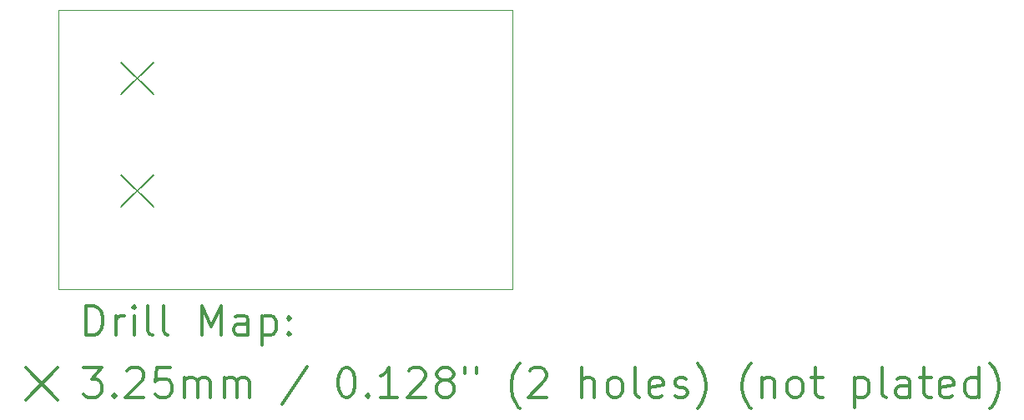
<source format=gbr>
%FSLAX45Y45*%
G04 Gerber Fmt 4.5, Leading zero omitted, Abs format (unit mm)*
G04 Created by KiCad (PCBNEW (5.1.5)-3) date 2020-07-18 04:54:52*
%MOMM*%
%LPD*%
G04 APERTURE LIST*
%TA.AperFunction,Profile*%
%ADD10C,0.100000*%
%TD*%
%ADD11C,0.200000*%
%ADD12C,0.300000*%
G04 APERTURE END LIST*
D10*
X17964150Y-8159750D02*
X15773400Y-8159750D01*
X17964150Y-10991850D02*
X17964150Y-8159750D01*
X16116300Y-10991850D02*
X17964150Y-10991850D01*
X13360400Y-10991850D02*
X13360400Y-8159750D01*
X15773400Y-8159750D02*
X13360400Y-8159750D01*
X13360400Y-10991850D02*
X16116300Y-10991850D01*
D11*
X13999000Y-8689400D02*
X14324000Y-9014400D01*
X14324000Y-8689400D02*
X13999000Y-9014400D01*
X13999000Y-9832400D02*
X14324000Y-10157400D01*
X14324000Y-9832400D02*
X13999000Y-10157400D01*
D12*
X13641828Y-11462564D02*
X13641828Y-11162564D01*
X13713257Y-11162564D01*
X13756114Y-11176850D01*
X13784686Y-11205421D01*
X13798971Y-11233993D01*
X13813257Y-11291136D01*
X13813257Y-11333993D01*
X13798971Y-11391136D01*
X13784686Y-11419707D01*
X13756114Y-11448279D01*
X13713257Y-11462564D01*
X13641828Y-11462564D01*
X13941828Y-11462564D02*
X13941828Y-11262564D01*
X13941828Y-11319707D02*
X13956114Y-11291136D01*
X13970400Y-11276850D01*
X13998971Y-11262564D01*
X14027543Y-11262564D01*
X14127543Y-11462564D02*
X14127543Y-11262564D01*
X14127543Y-11162564D02*
X14113257Y-11176850D01*
X14127543Y-11191136D01*
X14141828Y-11176850D01*
X14127543Y-11162564D01*
X14127543Y-11191136D01*
X14313257Y-11462564D02*
X14284686Y-11448279D01*
X14270400Y-11419707D01*
X14270400Y-11162564D01*
X14470400Y-11462564D02*
X14441828Y-11448279D01*
X14427543Y-11419707D01*
X14427543Y-11162564D01*
X14813257Y-11462564D02*
X14813257Y-11162564D01*
X14913257Y-11376850D01*
X15013257Y-11162564D01*
X15013257Y-11462564D01*
X15284686Y-11462564D02*
X15284686Y-11305421D01*
X15270400Y-11276850D01*
X15241828Y-11262564D01*
X15184686Y-11262564D01*
X15156114Y-11276850D01*
X15284686Y-11448279D02*
X15256114Y-11462564D01*
X15184686Y-11462564D01*
X15156114Y-11448279D01*
X15141828Y-11419707D01*
X15141828Y-11391136D01*
X15156114Y-11362564D01*
X15184686Y-11348279D01*
X15256114Y-11348279D01*
X15284686Y-11333993D01*
X15427543Y-11262564D02*
X15427543Y-11562564D01*
X15427543Y-11276850D02*
X15456114Y-11262564D01*
X15513257Y-11262564D01*
X15541828Y-11276850D01*
X15556114Y-11291136D01*
X15570400Y-11319707D01*
X15570400Y-11405421D01*
X15556114Y-11433993D01*
X15541828Y-11448279D01*
X15513257Y-11462564D01*
X15456114Y-11462564D01*
X15427543Y-11448279D01*
X15698971Y-11433993D02*
X15713257Y-11448279D01*
X15698971Y-11462564D01*
X15684686Y-11448279D01*
X15698971Y-11433993D01*
X15698971Y-11462564D01*
X15698971Y-11276850D02*
X15713257Y-11291136D01*
X15698971Y-11305421D01*
X15684686Y-11291136D01*
X15698971Y-11276850D01*
X15698971Y-11305421D01*
X13030400Y-11794350D02*
X13355400Y-12119350D01*
X13355400Y-11794350D02*
X13030400Y-12119350D01*
X13613257Y-11792564D02*
X13798971Y-11792564D01*
X13698971Y-11906850D01*
X13741828Y-11906850D01*
X13770400Y-11921136D01*
X13784686Y-11935421D01*
X13798971Y-11963993D01*
X13798971Y-12035421D01*
X13784686Y-12063993D01*
X13770400Y-12078279D01*
X13741828Y-12092564D01*
X13656114Y-12092564D01*
X13627543Y-12078279D01*
X13613257Y-12063993D01*
X13927543Y-12063993D02*
X13941828Y-12078279D01*
X13927543Y-12092564D01*
X13913257Y-12078279D01*
X13927543Y-12063993D01*
X13927543Y-12092564D01*
X14056114Y-11821136D02*
X14070400Y-11806850D01*
X14098971Y-11792564D01*
X14170400Y-11792564D01*
X14198971Y-11806850D01*
X14213257Y-11821136D01*
X14227543Y-11849707D01*
X14227543Y-11878279D01*
X14213257Y-11921136D01*
X14041828Y-12092564D01*
X14227543Y-12092564D01*
X14498971Y-11792564D02*
X14356114Y-11792564D01*
X14341828Y-11935421D01*
X14356114Y-11921136D01*
X14384686Y-11906850D01*
X14456114Y-11906850D01*
X14484686Y-11921136D01*
X14498971Y-11935421D01*
X14513257Y-11963993D01*
X14513257Y-12035421D01*
X14498971Y-12063993D01*
X14484686Y-12078279D01*
X14456114Y-12092564D01*
X14384686Y-12092564D01*
X14356114Y-12078279D01*
X14341828Y-12063993D01*
X14641828Y-12092564D02*
X14641828Y-11892564D01*
X14641828Y-11921136D02*
X14656114Y-11906850D01*
X14684686Y-11892564D01*
X14727543Y-11892564D01*
X14756114Y-11906850D01*
X14770400Y-11935421D01*
X14770400Y-12092564D01*
X14770400Y-11935421D02*
X14784686Y-11906850D01*
X14813257Y-11892564D01*
X14856114Y-11892564D01*
X14884686Y-11906850D01*
X14898971Y-11935421D01*
X14898971Y-12092564D01*
X15041828Y-12092564D02*
X15041828Y-11892564D01*
X15041828Y-11921136D02*
X15056114Y-11906850D01*
X15084686Y-11892564D01*
X15127543Y-11892564D01*
X15156114Y-11906850D01*
X15170400Y-11935421D01*
X15170400Y-12092564D01*
X15170400Y-11935421D02*
X15184686Y-11906850D01*
X15213257Y-11892564D01*
X15256114Y-11892564D01*
X15284686Y-11906850D01*
X15298971Y-11935421D01*
X15298971Y-12092564D01*
X15884686Y-11778279D02*
X15627543Y-12163993D01*
X16270400Y-11792564D02*
X16298971Y-11792564D01*
X16327543Y-11806850D01*
X16341828Y-11821136D01*
X16356114Y-11849707D01*
X16370400Y-11906850D01*
X16370400Y-11978279D01*
X16356114Y-12035421D01*
X16341828Y-12063993D01*
X16327543Y-12078279D01*
X16298971Y-12092564D01*
X16270400Y-12092564D01*
X16241828Y-12078279D01*
X16227543Y-12063993D01*
X16213257Y-12035421D01*
X16198971Y-11978279D01*
X16198971Y-11906850D01*
X16213257Y-11849707D01*
X16227543Y-11821136D01*
X16241828Y-11806850D01*
X16270400Y-11792564D01*
X16498971Y-12063993D02*
X16513257Y-12078279D01*
X16498971Y-12092564D01*
X16484686Y-12078279D01*
X16498971Y-12063993D01*
X16498971Y-12092564D01*
X16798971Y-12092564D02*
X16627543Y-12092564D01*
X16713257Y-12092564D02*
X16713257Y-11792564D01*
X16684686Y-11835421D01*
X16656114Y-11863993D01*
X16627543Y-11878279D01*
X16913257Y-11821136D02*
X16927543Y-11806850D01*
X16956114Y-11792564D01*
X17027543Y-11792564D01*
X17056114Y-11806850D01*
X17070400Y-11821136D01*
X17084686Y-11849707D01*
X17084686Y-11878279D01*
X17070400Y-11921136D01*
X16898971Y-12092564D01*
X17084686Y-12092564D01*
X17256114Y-11921136D02*
X17227543Y-11906850D01*
X17213257Y-11892564D01*
X17198971Y-11863993D01*
X17198971Y-11849707D01*
X17213257Y-11821136D01*
X17227543Y-11806850D01*
X17256114Y-11792564D01*
X17313257Y-11792564D01*
X17341828Y-11806850D01*
X17356114Y-11821136D01*
X17370400Y-11849707D01*
X17370400Y-11863993D01*
X17356114Y-11892564D01*
X17341828Y-11906850D01*
X17313257Y-11921136D01*
X17256114Y-11921136D01*
X17227543Y-11935421D01*
X17213257Y-11949707D01*
X17198971Y-11978279D01*
X17198971Y-12035421D01*
X17213257Y-12063993D01*
X17227543Y-12078279D01*
X17256114Y-12092564D01*
X17313257Y-12092564D01*
X17341828Y-12078279D01*
X17356114Y-12063993D01*
X17370400Y-12035421D01*
X17370400Y-11978279D01*
X17356114Y-11949707D01*
X17341828Y-11935421D01*
X17313257Y-11921136D01*
X17484686Y-11792564D02*
X17484686Y-11849707D01*
X17598971Y-11792564D02*
X17598971Y-11849707D01*
X18041828Y-12206850D02*
X18027543Y-12192564D01*
X17998971Y-12149707D01*
X17984686Y-12121136D01*
X17970400Y-12078279D01*
X17956114Y-12006850D01*
X17956114Y-11949707D01*
X17970400Y-11878279D01*
X17984686Y-11835421D01*
X17998971Y-11806850D01*
X18027543Y-11763993D01*
X18041828Y-11749707D01*
X18141828Y-11821136D02*
X18156114Y-11806850D01*
X18184686Y-11792564D01*
X18256114Y-11792564D01*
X18284686Y-11806850D01*
X18298971Y-11821136D01*
X18313257Y-11849707D01*
X18313257Y-11878279D01*
X18298971Y-11921136D01*
X18127543Y-12092564D01*
X18313257Y-12092564D01*
X18670400Y-12092564D02*
X18670400Y-11792564D01*
X18798971Y-12092564D02*
X18798971Y-11935421D01*
X18784686Y-11906850D01*
X18756114Y-11892564D01*
X18713257Y-11892564D01*
X18684686Y-11906850D01*
X18670400Y-11921136D01*
X18984686Y-12092564D02*
X18956114Y-12078279D01*
X18941828Y-12063993D01*
X18927543Y-12035421D01*
X18927543Y-11949707D01*
X18941828Y-11921136D01*
X18956114Y-11906850D01*
X18984686Y-11892564D01*
X19027543Y-11892564D01*
X19056114Y-11906850D01*
X19070400Y-11921136D01*
X19084686Y-11949707D01*
X19084686Y-12035421D01*
X19070400Y-12063993D01*
X19056114Y-12078279D01*
X19027543Y-12092564D01*
X18984686Y-12092564D01*
X19256114Y-12092564D02*
X19227543Y-12078279D01*
X19213257Y-12049707D01*
X19213257Y-11792564D01*
X19484686Y-12078279D02*
X19456114Y-12092564D01*
X19398971Y-12092564D01*
X19370400Y-12078279D01*
X19356114Y-12049707D01*
X19356114Y-11935421D01*
X19370400Y-11906850D01*
X19398971Y-11892564D01*
X19456114Y-11892564D01*
X19484686Y-11906850D01*
X19498971Y-11935421D01*
X19498971Y-11963993D01*
X19356114Y-11992564D01*
X19613257Y-12078279D02*
X19641828Y-12092564D01*
X19698971Y-12092564D01*
X19727543Y-12078279D01*
X19741828Y-12049707D01*
X19741828Y-12035421D01*
X19727543Y-12006850D01*
X19698971Y-11992564D01*
X19656114Y-11992564D01*
X19627543Y-11978279D01*
X19613257Y-11949707D01*
X19613257Y-11935421D01*
X19627543Y-11906850D01*
X19656114Y-11892564D01*
X19698971Y-11892564D01*
X19727543Y-11906850D01*
X19841828Y-12206850D02*
X19856114Y-12192564D01*
X19884686Y-12149707D01*
X19898971Y-12121136D01*
X19913257Y-12078279D01*
X19927543Y-12006850D01*
X19927543Y-11949707D01*
X19913257Y-11878279D01*
X19898971Y-11835421D01*
X19884686Y-11806850D01*
X19856114Y-11763993D01*
X19841828Y-11749707D01*
X20384686Y-12206850D02*
X20370400Y-12192564D01*
X20341828Y-12149707D01*
X20327543Y-12121136D01*
X20313257Y-12078279D01*
X20298971Y-12006850D01*
X20298971Y-11949707D01*
X20313257Y-11878279D01*
X20327543Y-11835421D01*
X20341828Y-11806850D01*
X20370400Y-11763993D01*
X20384686Y-11749707D01*
X20498971Y-11892564D02*
X20498971Y-12092564D01*
X20498971Y-11921136D02*
X20513257Y-11906850D01*
X20541828Y-11892564D01*
X20584686Y-11892564D01*
X20613257Y-11906850D01*
X20627543Y-11935421D01*
X20627543Y-12092564D01*
X20813257Y-12092564D02*
X20784686Y-12078279D01*
X20770400Y-12063993D01*
X20756114Y-12035421D01*
X20756114Y-11949707D01*
X20770400Y-11921136D01*
X20784686Y-11906850D01*
X20813257Y-11892564D01*
X20856114Y-11892564D01*
X20884686Y-11906850D01*
X20898971Y-11921136D01*
X20913257Y-11949707D01*
X20913257Y-12035421D01*
X20898971Y-12063993D01*
X20884686Y-12078279D01*
X20856114Y-12092564D01*
X20813257Y-12092564D01*
X20998971Y-11892564D02*
X21113257Y-11892564D01*
X21041828Y-11792564D02*
X21041828Y-12049707D01*
X21056114Y-12078279D01*
X21084686Y-12092564D01*
X21113257Y-12092564D01*
X21441828Y-11892564D02*
X21441828Y-12192564D01*
X21441828Y-11906850D02*
X21470400Y-11892564D01*
X21527543Y-11892564D01*
X21556114Y-11906850D01*
X21570400Y-11921136D01*
X21584686Y-11949707D01*
X21584686Y-12035421D01*
X21570400Y-12063993D01*
X21556114Y-12078279D01*
X21527543Y-12092564D01*
X21470400Y-12092564D01*
X21441828Y-12078279D01*
X21756114Y-12092564D02*
X21727543Y-12078279D01*
X21713257Y-12049707D01*
X21713257Y-11792564D01*
X21998971Y-12092564D02*
X21998971Y-11935421D01*
X21984686Y-11906850D01*
X21956114Y-11892564D01*
X21898971Y-11892564D01*
X21870400Y-11906850D01*
X21998971Y-12078279D02*
X21970400Y-12092564D01*
X21898971Y-12092564D01*
X21870400Y-12078279D01*
X21856114Y-12049707D01*
X21856114Y-12021136D01*
X21870400Y-11992564D01*
X21898971Y-11978279D01*
X21970400Y-11978279D01*
X21998971Y-11963993D01*
X22098971Y-11892564D02*
X22213257Y-11892564D01*
X22141828Y-11792564D02*
X22141828Y-12049707D01*
X22156114Y-12078279D01*
X22184686Y-12092564D01*
X22213257Y-12092564D01*
X22427543Y-12078279D02*
X22398971Y-12092564D01*
X22341828Y-12092564D01*
X22313257Y-12078279D01*
X22298971Y-12049707D01*
X22298971Y-11935421D01*
X22313257Y-11906850D01*
X22341828Y-11892564D01*
X22398971Y-11892564D01*
X22427543Y-11906850D01*
X22441828Y-11935421D01*
X22441828Y-11963993D01*
X22298971Y-11992564D01*
X22698971Y-12092564D02*
X22698971Y-11792564D01*
X22698971Y-12078279D02*
X22670400Y-12092564D01*
X22613257Y-12092564D01*
X22584686Y-12078279D01*
X22570400Y-12063993D01*
X22556114Y-12035421D01*
X22556114Y-11949707D01*
X22570400Y-11921136D01*
X22584686Y-11906850D01*
X22613257Y-11892564D01*
X22670400Y-11892564D01*
X22698971Y-11906850D01*
X22813257Y-12206850D02*
X22827543Y-12192564D01*
X22856114Y-12149707D01*
X22870400Y-12121136D01*
X22884686Y-12078279D01*
X22898971Y-12006850D01*
X22898971Y-11949707D01*
X22884686Y-11878279D01*
X22870400Y-11835421D01*
X22856114Y-11806850D01*
X22827543Y-11763993D01*
X22813257Y-11749707D01*
M02*

</source>
